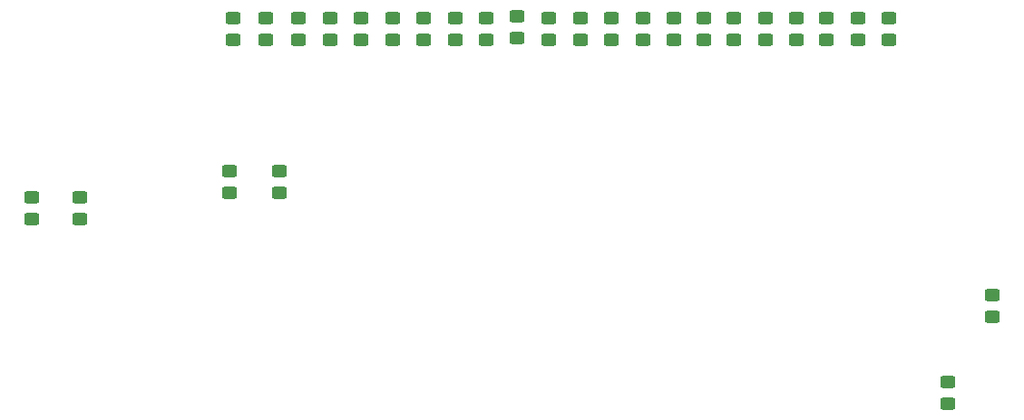
<source format=gtp>
G04 #@! TF.GenerationSoftware,KiCad,Pcbnew,8.0.3*
G04 #@! TF.CreationDate,2024-07-30T16:09:55+10:00*
G04 #@! TF.ProjectId,colecovision_controller,636f6c65-636f-4766-9973-696f6e5f636f,rev?*
G04 #@! TF.SameCoordinates,Original*
G04 #@! TF.FileFunction,Paste,Top*
G04 #@! TF.FilePolarity,Positive*
%FSLAX46Y46*%
G04 Gerber Fmt 4.6, Leading zero omitted, Abs format (unit mm)*
G04 Created by KiCad (PCBNEW 8.0.3) date 2024-07-30 16:09:55*
%MOMM*%
%LPD*%
G01*
G04 APERTURE LIST*
G04 Aperture macros list*
%AMRoundRect*
0 Rectangle with rounded corners*
0 $1 Rounding radius*
0 $2 $3 $4 $5 $6 $7 $8 $9 X,Y pos of 4 corners*
0 Add a 4 corners polygon primitive as box body*
4,1,4,$2,$3,$4,$5,$6,$7,$8,$9,$2,$3,0*
0 Add four circle primitives for the rounded corners*
1,1,$1+$1,$2,$3*
1,1,$1+$1,$4,$5*
1,1,$1+$1,$6,$7*
1,1,$1+$1,$8,$9*
0 Add four rect primitives between the rounded corners*
20,1,$1+$1,$2,$3,$4,$5,0*
20,1,$1+$1,$4,$5,$6,$7,0*
20,1,$1+$1,$6,$7,$8,$9,0*
20,1,$1+$1,$8,$9,$2,$3,0*%
G04 Aperture macros list end*
%ADD10RoundRect,0.250000X0.450000X-0.325000X0.450000X0.325000X-0.450000X0.325000X-0.450000X-0.325000X0*%
G04 APERTURE END LIST*
D10*
X115189000Y-101200000D03*
X115189000Y-99150000D03*
X146177000Y-86877000D03*
X146177000Y-84827000D03*
X134493000Y-86877000D03*
X134493000Y-84827000D03*
X157607000Y-86877000D03*
X157607000Y-84827000D03*
X181737000Y-112785000D03*
X181737000Y-110735000D03*
X96520000Y-103641000D03*
X96520000Y-101591000D03*
X149098000Y-86877000D03*
X149098000Y-84827000D03*
X143256000Y-86877000D03*
X143256000Y-84827000D03*
X137384000Y-86700000D03*
X137384000Y-84650000D03*
X163449000Y-86877000D03*
X163449000Y-84827000D03*
X166243000Y-86877000D03*
X166243000Y-84827000D03*
X154813000Y-86877000D03*
X154813000Y-84827000D03*
X160528000Y-86877000D03*
X160528000Y-84827000D03*
X119888000Y-86877000D03*
X119888000Y-84827000D03*
X125730000Y-86877000D03*
X125730000Y-84827000D03*
X122809000Y-86877000D03*
X122809000Y-84827000D03*
X128651000Y-86877000D03*
X128651000Y-84827000D03*
X116967000Y-86877000D03*
X116967000Y-84827000D03*
X110871000Y-86877000D03*
X110871000Y-84827000D03*
X177546000Y-120913000D03*
X177546000Y-118863000D03*
X152019000Y-86877000D03*
X152019000Y-84827000D03*
X92075000Y-101591000D03*
X92075000Y-103641000D03*
X172085000Y-86877000D03*
X172085000Y-84827000D03*
X131572000Y-86877000D03*
X131572000Y-84827000D03*
X140335000Y-86877000D03*
X140335000Y-84827000D03*
X110490000Y-101200000D03*
X110490000Y-99150000D03*
X169164000Y-86877000D03*
X169164000Y-84827000D03*
X113919000Y-86877000D03*
X113919000Y-84827000D03*
M02*

</source>
